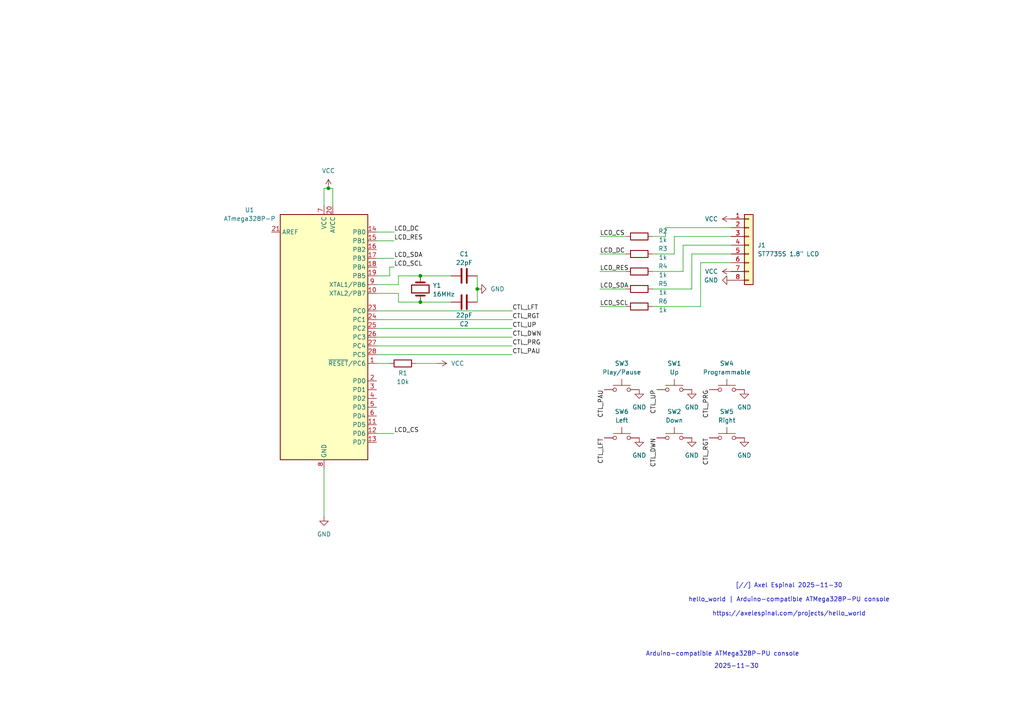
<source format=kicad_sch>
(kicad_sch (version 20250114) (generator "eeschema") (generator_version "9.0")
  (paper "A4")
  (lib_symbols
    (symbol "Connector_Generic:Conn_01x08" (pin_names (offset 1.016) (hide yes))
      (property "Reference" "J" (at 0 10.16 0))
      (property "Value" "Conn_01x08" (at 0 -12.7 0))
      (symbol "Conn_01x08_1_1"
        (rectangle (start -1.27 8.89) (end 1.27 -11.43) (stroke (width 0.254)) (fill (type background)))
        (rectangle (start -1.27 7.747) (end 0 7.493) (stroke (width 0.1524)))
        (rectangle (start -1.27 5.207) (end 0 4.953) (stroke (width 0.1524)))
        (rectangle (start -1.27 2.667) (end 0 2.413) (stroke (width 0.1524)))
        (rectangle (start -1.27 0.127) (end 0 -0.127) (stroke (width 0.1524)))
        (rectangle (start -1.27 -2.413) (end 0 -2.667) (stroke (width 0.1524)))
        (rectangle (start -1.27 -4.953) (end 0 -5.207) (stroke (width 0.1524)))
        (rectangle (start -1.27 -7.493) (end 0 -7.747) (stroke (width 0.1524)))
        (rectangle (start -1.27 -10.033) (end 0 -10.287) (stroke (width 0.1524)))
        (pin passive line (at -5.08 7.62 0) (length 3.81) (name "Pin_1") (number "1"))
        (pin passive line (at -5.08 5.08 0) (length 3.81) (name "Pin_2") (number "2"))
        (pin passive line (at -5.08 2.54 0) (length 3.81) (name "Pin_3") (number "3"))
        (pin passive line (at -5.08 0 0) (length 3.81) (name "Pin_4") (number "4"))
        (pin passive line (at -5.08 -2.54 0) (length 3.81) (name "Pin_5") (number "5"))
        (pin passive line (at -5.08 -5.08 0) (length 3.81) (name "Pin_6") (number "6"))
        (pin passive line (at -5.08 -7.62 0) (length 3.81) (name "Pin_7") (number "7"))
        (pin passive line (at -5.08 -10.16 0) (length 3.81) (name "Pin_8") (number "8"))
      )
    )
    (symbol "Device:C" (pin_numbers (hide yes)) (pin_names (offset 0.254))
      (property "Reference" "C" (at 0.635 2.54 0))
      (property "Value" "C" (at 0.635 -2.54 0))
      (symbol "C_0_1"
        (polyline (pts (xy -2.032 0.762) (xy 2.032 0.762)) (stroke (width 0.508)))
        (polyline (pts (xy -2.032 -0.762) (xy 2.032 -0.762)) (stroke (width 0.508)))
      )
      (symbol "C_1_1"
        (pin passive line (at 0 3.81 270) (length 2.794) (name "~") (number "1"))
        (pin passive line (at 0 -3.81 90) (length 2.794) (name "~") (number "2"))
      )
    )
    (symbol "Device:Crystal" (pin_numbers (hide yes)) (pin_names (offset 1.016) (hide yes))
      (property "Reference" "Y" (at 0 3.81 0))
      (property "Value" "Crystal" (at 0 -3.81 0))
      (symbol "Crystal_0_1"
        (polyline (pts (xy -2.54 0) (xy -1.905 0)))
        (polyline (pts (xy -1.905 -1.27) (xy -1.905 1.27)) (stroke (width 0.508)))
        (rectangle (start -1.143 2.54) (end 1.143 -2.54) (stroke (width 0.3048)))
        (polyline (pts (xy 1.905 -1.27) (xy 1.905 1.27)) (stroke (width 0.508)))
        (polyline (pts (xy 2.54 0) (xy 1.905 0)))
      )
      (symbol "Crystal_1_1"
        (pin passive line (at -3.81 0 0) (length 1.27) (name "1") (number "1"))
        (pin passive line (at 3.81 0 180) (length 1.27) (name "2") (number "2"))
      )
    )
    (symbol "Device:R" (pin_numbers (hide yes)) (pin_names (offset 0))
      (property "Reference" "R" (at 2.032 0 90))
      (property "Value" "R" (at 0 0 90))
      (symbol "R_0_1"
        (rectangle (start -1.016 -2.54) (end 1.016 2.54) (stroke (width 0.254)))
      )
      (symbol "R_1_1"
        (pin passive line (at 0 3.81 270) (length 1.27) (name "~") (number "1"))
        (pin passive line (at 0 -3.81 90) (length 1.27) (name "~") (number "2"))
      )
    )
    (symbol "MCU_Microchip_ATmega:ATmega328P-P"
      (property "Reference" "U" (at -12.7 36.83 0))
      (property "Value" "ATmega328P-P" (at 2.54 -36.83 0))
      (symbol "ATmega328P-P_0_1"
        (rectangle (start -12.7 -35.56) (end 12.7 35.56) (stroke (width 0.254)) (fill (type background)))
      )
      (symbol "ATmega328P-P_1_1"
        (pin passive line (at -15.24 30.48 0) (length 2.54) (name "AREF") (number "21"))
        (pin power_in line (at 0 38.1 270) (length 2.54) (name "VCC") (number "7"))
        (pin passive line (at 0 -38.1 90) (length 2.54) (hide yes) (name "GND") (number "22"))
        (pin power_in line (at 0 -38.1 90) (length 2.54) (name "GND") (number "8"))
        (pin power_in line (at 2.54 38.1 270) (length 2.54) (name "AVCC") (number "20"))
        (pin bidirectional line (at 15.24 30.48 180) (length 2.54) (name "PB0") (number "14"))
        (pin bidirectional line (at 15.24 27.94 180) (length 2.54) (name "PB1") (number "15"))
        (pin bidirectional line (at 15.24 25.4 180) (length 2.54) (name "PB2") (number "16"))
        (pin bidirectional line (at 15.24 22.86 180) (length 2.54) (name "PB3") (number "17"))
        (pin bidirectional line (at 15.24 20.32 180) (length 2.54) (name "PB4") (number "18"))
        (pin bidirectional line (at 15.24 17.78 180) (length 2.54) (name "PB5") (number "19"))
        (pin bidirectional line (at 15.24 15.24 180) (length 2.54) (name "XTAL1/PB6") (number "9"))
        (pin bidirectional line (at 15.24 12.7 180) (length 2.54) (name "XTAL2/PB7") (number "10"))
        (pin bidirectional line (at 15.24 7.62 180) (length 2.54) (name "PC0") (number "23"))
        (pin bidirectional line (at 15.24 5.08 180) (length 2.54) (name "PC1") (number "24"))
        (pin bidirectional line (at 15.24 2.54 180) (length 2.54) (name "PC2") (number "25"))
        (pin bidirectional line (at 15.24 0 180) (length 2.54) (name "PC3") (number "26"))
        (pin bidirectional line (at 15.24 -2.54 180) (length 2.54) (name "PC4") (number "27"))
        (pin bidirectional line (at 15.24 -5.08 180) (length 2.54) (name "PC5") (number "28"))
        (pin bidirectional line (at 15.24 -7.62 180) (length 2.54) (name "~{RESET}/PC6") (number "1"))
        (pin bidirectional line (at 15.24 -12.7 180) (length 2.54) (name "PD0") (number "2"))
        (pin bidirectional line (at 15.24 -15.24 180) (length 2.54) (name "PD1") (number "3"))
        (pin bidirectional line (at 15.24 -17.78 180) (length 2.54) (name "PD2") (number "4"))
        (pin bidirectional line (at 15.24 -20.32 180) (length 2.54) (name "PD3") (number "5"))
        (pin bidirectional line (at 15.24 -22.86 180) (length 2.54) (name "PD4") (number "6"))
        (pin bidirectional line (at 15.24 -25.4 180) (length 2.54) (name "PD5") (number "11"))
        (pin bidirectional line (at 15.24 -27.94 180) (length 2.54) (name "PD6") (number "12"))
        (pin bidirectional line (at 15.24 -30.48 180) (length 2.54) (name "PD7") (number "13"))
      )
    )
    (symbol "Switch:SW_Push" (pin_numbers (hide yes)) (pin_names (offset 1.016) (hide yes))
      (property "Reference" "SW" (at 1.27 2.54 0))
      (property "Value" "SW_Push" (at 0 -1.524 0))
      (symbol "SW_Push_0_1"
        (circle (center -2.032 0) (radius 0.508))
        (polyline (pts (xy 0 1.27) (xy 0 3.048)))
        (circle (center 2.032 0) (radius 0.508))
        (polyline (pts (xy 2.54 1.27) (xy -2.54 1.27)))
        (pin passive line (at -5.08 0 0) (length 2.54) (name "1") (number "1"))
        (pin passive line (at 5.08 0 180) (length 2.54) (name "2") (number "2"))
      )
    )
    (symbol "power:GND" (power) (pin_numbers (hide yes)) (pin_names (offset 0) (hide yes))
      (property "Value" "GND" (at 0 -3.81 0))
      (symbol "GND_0_1"
        (polyline (pts (xy 0 0) (xy 0 -1.27) (xy 1.27 -1.27) (xy 0 -2.54) (xy -1.27 -1.27) (xy 0 -1.27)))
      )
      (symbol "GND_1_1"
        (pin power_in line (at 0 0 270) (length 0) (name "~") (number "1"))
      )
    )
    (symbol "power:VCC" (power) (pin_numbers (hide yes)) (pin_names (offset 0) (hide yes))
      (property "Value" "VCC" (at 0 3.556 0))
      (symbol "VCC_0_1"
        (polyline (pts (xy -0.762 1.27) (xy 0 2.54)))
        (polyline (pts (xy 0 2.54) (xy 0.762 1.27)))
        (polyline (pts (xy 0 0) (xy 0 2.54)))
      )
      (symbol "VCC_1_1"
        (pin power_in line (at 0 0 90) (length 0) (name "~") (number "1"))
      )
    )
  )
  (text "Arduino-compatible ATMega328P-PU console" (at 209.55 189.738 0) (effects (font (size 1.27 1.27))))
  (text "[//] Axel Espinal 2025-11-30\n\nhello_world | Arduino-compatible ATMega328P-PU console\n\nhttps://axelespinal.com/projects/hello_world" (at 228.854 173.99 0) (effects (font (size 1.27 1.27))))
  (text "2025-11-30" (at 213.614 193.294 0) (effects (font (size 1.27 1.27))))
  (junction (at 121.92 80.01))
  (junction (at 121.92 87.63))
  (junction (at 138.43 83.82))
  (junction (at 95.25 54.61))
  (wire (pts (xy 109.22 69.85) (xy 114.3 69.85)))
  (wire (pts (xy 109.22 92.71) (xy 148.59 92.71)))
  (wire (pts (xy 138.43 80.01) (xy 138.43 83.82)))
  (wire (pts (xy 115.57 85.09) (xy 115.57 87.63)))
  (wire (pts (xy 198.12 78.74) (xy 198.12 71.12)))
  (wire (pts (xy 203.2 88.9) (xy 203.2 76.2)))
  (wire (pts (xy 115.57 82.55) (xy 115.57 80.01)))
  (wire (pts (xy 109.22 80.01) (xy 113.03 80.01)))
  (wire (pts (xy 198.12 71.12) (xy 212.09 71.12)))
  (wire (pts (xy 121.92 87.63) (xy 130.81 87.63)))
  (wire (pts (xy 203.2 76.2) (xy 212.09 76.2)))
  (wire (pts (xy 173.99 68.58) (xy 181.61 68.58)))
  (wire (pts (xy 189.23 68.58) (xy 193.04 68.58)))
  (wire (pts (xy 127 105.41) (xy 120.65 105.41)))
  (wire (pts (xy 200.66 73.66) (xy 212.09 73.66)))
  (wire (pts (xy 195.58 68.58) (xy 212.09 68.58)))
  (wire (pts (xy 173.99 83.82) (xy 181.61 83.82)))
  (wire (pts (xy 189.23 78.74) (xy 198.12 78.74)))
  (wire (pts (xy 173.99 73.66) (xy 181.61 73.66)))
  (wire (pts (xy 195.58 73.66) (xy 195.58 68.58)))
  (wire (pts (xy 173.99 78.74) (xy 181.61 78.74)))
  (wire (pts (xy 109.22 67.31) (xy 114.3 67.31)))
  (wire (pts (xy 189.23 73.66) (xy 195.58 73.66)))
  (wire (pts (xy 109.22 125.73) (xy 114.3 125.73)))
  (wire (pts (xy 109.22 74.93) (xy 114.3 74.93)))
  (wire (pts (xy 109.22 85.09) (xy 115.57 85.09)))
  (wire (pts (xy 113.03 80.01) (xy 113.03 77.47)))
  (wire (pts (xy 189.23 83.82) (xy 200.66 83.82)))
  (wire (pts (xy 121.92 80.01) (xy 130.81 80.01)))
  (wire (pts (xy 113.03 77.47) (xy 114.3 77.47)))
  (wire (pts (xy 189.23 88.9) (xy 203.2 88.9)))
  (wire (pts (xy 95.25 54.61) (xy 96.52 54.61)))
  (wire (pts (xy 109.22 82.55) (xy 115.57 82.55)))
  (wire (pts (xy 109.22 95.25) (xy 148.59 95.25)))
  (wire (pts (xy 109.22 97.79) (xy 148.59 97.79)))
  (wire (pts (xy 93.98 135.89) (xy 93.98 149.86)))
  (wire (pts (xy 109.22 105.41) (xy 113.03 105.41)))
  (wire (pts (xy 109.22 102.87) (xy 148.59 102.87)))
  (wire (pts (xy 193.04 66.04) (xy 212.09 66.04)))
  (wire (pts (xy 93.98 59.69) (xy 93.98 54.61)))
  (wire (pts (xy 109.22 100.33) (xy 148.59 100.33)))
  (wire (pts (xy 193.04 68.58) (xy 193.04 66.04)))
  (wire (pts (xy 96.52 59.69) (xy 96.52 54.61)))
  (wire (pts (xy 200.66 83.82) (xy 200.66 73.66)))
  (wire (pts (xy 93.98 54.61) (xy 95.25 54.61)))
  (wire (pts (xy 109.22 90.17) (xy 148.59 90.17)))
  (wire (pts (xy 173.99 88.9) (xy 181.61 88.9)))
  (wire (pts (xy 115.57 80.01) (xy 121.92 80.01)))
  (wire (pts (xy 138.43 83.82) (xy 138.43 87.63)))
  (wire (pts (xy 115.57 87.63) (xy 121.92 87.63)))
  (label "CTL_PAU" (at 148.59 102.87 0))
  (label "LCD_CS" (at 173.99 68.58 0))
  (label "CTL_RGT" (at 148.59 92.71 0))
  (label "CTL_UP" (at 148.59 95.25 0))
  (label "CTL_RGT" (at 205.74 127 270))
  (label "CTL_UP" (at 190.5 113.03 270))
  (label "CTL_DWN" (at 148.59 97.79 0))
  (label "LCD_RES" (at 173.99 78.74 0))
  (label "LCD_RES" (at 114.3 69.85 0))
  (label "CTL_LFT" (at 175.26 127 270))
  (label "LCD_DC" (at 173.99 73.66 0))
  (label "CTL_PAU" (at 175.26 113.03 270))
  (label "LCD_SCL" (at 173.99 88.9 0))
  (label "CTL_PRG" (at 148.59 100.33 0))
  (label "" (at 148.59 90.17 0))
  (label "CTL_LFT" (at 148.59 90.17 0))
  (label "CTL_PRG" (at 205.74 113.03 270))
  (label "LCD_DC" (at 114.3 67.31 0))
  (label "CTL_DWN" (at 190.5 127 270))
  (label "LCD_CS" (at 114.3 125.73 0))
  (label "LCD_SCL" (at 114.3 77.47 0))
  (label "LCD_SDA" (at 114.3 74.93 0))
  (label "LCD_SDA" (at 173.99 83.82 0))
  (symbol (lib_id "power:GND") (at 138.43 83.82 90) (unit 1)
    (property "Reference" "#PWR06" (effects (hide yes)))
    (property "Value" "GND" (at 142.24 83.8199 90) (effects (justify right)))
    (property "Description" "Power symbol creates a global label with name \"GND\" , ground" (effects (hide yes)))
  )
  (symbol (lib_id "power:GND") (at 215.9 113.03 0) (unit 1)
    (property "Reference" "#PWR011" (effects (hide yes)))
    (property "Value" "GND" (at 215.9 118.11 0))
    (property "Description" "Power symbol creates a global label with name \"GND\" , ground" (effects (hide yes)))
  )
  (symbol (lib_id "Switch:SW_Push") (at 195.58 113.03 0) (unit 1)
    (property "Reference" "SW1" (at 195.58 105.41 0))
    (property "Value" "Up" (at 195.58 107.95 0))
    (property "Footprint" "Button_Switch_THT:SW_PUSH_6mm" (effects (hide yes)))
    (property "Description" "Push button switch, generic, two pins" (effects (hide yes)))
  )
  (symbol (lib_id "power:GND") (at 185.42 127 0) (unit 1)
    (property "Reference" "#PWR07" (effects (hide yes)))
    (property "Value" "GND" (at 185.42 132.08 0))
    (property "Description" "Power symbol creates a global label with name \"GND\" , ground" (effects (hide yes)))
  )
  (symbol (lib_id "power:GND") (at 185.42 113.03 0) (unit 1)
    (property "Reference" "#PWR04" (effects (hide yes)))
    (property "Value" "GND" (at 185.42 118.11 0))
    (property "Description" "Power symbol creates a global label with name \"GND\" , ground" (effects (hide yes)))
  )
  (symbol (lib_id "power:GND") (at 93.98 149.86 0) (unit 1)
    (property "Reference" "#PWR01" (effects (hide yes)))
    (property "Value" "GND" (at 93.98 154.94 0))
    (property "Description" "Power symbol creates a global label with name \"GND\" , ground" (effects (hide yes)))
  )
  (symbol (lib_id "Device:Crystal") (at 121.92 83.82 90) (unit 1)
    (property "Reference" "Y1" (at 125.476 82.804 90) (effects (justify right)))
    (property "Value" "16MHz" (at 125.476 85.344 90) (effects (justify right)))
    (property "Footprint" "Crystal:Crystal_HC49-4H_Vertical" (effects (hide yes)))
    (property "Description" "Two pin crystal" (effects (hide yes)))
  )
  (symbol (lib_id "power:GND") (at 215.9 127 0) (unit 1)
    (property "Reference" "#PWR010" (effects (hide yes)))
    (property "Value" "GND" (at 215.9 132.08 0))
    (property "Description" "Power symbol creates a global label with name \"GND\" , ground" (effects (hide yes)))
  )
  (symbol (lib_id "MCU_Microchip_ATmega:ATmega328P-P") (at 93.98 97.79 0) (unit 1)
    (property "Reference" "U1" (at 72.39 60.8898 0))
    (property "Value" "ATmega328P-P" (at 72.39 63.4298 0))
    (property "Footprint" "Package_DIP:DIP-28_W7.62mm" (effects (hide yes)))
    (property "Datasheet" "http://ww1.microchip.com/downloads/en/DeviceDoc/ATmega328_P%20AVR%20MCU%20with%20picoPower%20Technology%20Data%20Sheet%2040001984A.pdf" (effects (hide yes)))
    (property "Description" "20MHz, 32kB Flash, 2kB SRAM, 1kB EEPROM, DIP-28" (effects (hide yes)))
  )
  (symbol (lib_id "Device:R") (at 185.42 78.74 90) (unit 1)
    (property "Reference" "R4" (at 192.278 77.216 90))
    (property "Value" "1k" (at 192.278 79.756 90))
    (property "Footprint" "Resistor_THT:R_Axial_DIN0207_L6.3mm_D2.5mm_P10.16mm_Horizontal" (effects (hide yes)))
    (property "Description" "Resistor" (effects (hide yes)))
  )
  (symbol (lib_id "power:GND") (at 200.66 113.03 0) (unit 1)
    (property "Reference" "#PWR08" (effects (hide yes)))
    (property "Value" "GND" (at 200.66 118.11 0))
    (property "Description" "Power symbol creates a global label with name \"GND\" , ground" (effects (hide yes)))
  )
  (symbol (lib_id "power:VCC") (at 95.25 54.61 0) (unit 1)
    (property "Reference" "#PWR02" (effects (hide yes)))
    (property "Value" "VCC" (at 95.25 49.53 0))
    (property "Description" "Power symbol creates a global label with name \"VCC\"" (effects (hide yes)))
  )
  (symbol (lib_id "power:GND") (at 212.09 81.28 270) (unit 1)
    (property "Reference" "#PWR013" (effects (hide yes)))
    (property "Value" "GND" (at 208.28 81.2799 90) (effects (justify right)))
    (property "Description" "Power symbol creates a global label with name \"GND\" , ground" (effects (hide yes)))
  )
  (symbol (lib_id "Switch:SW_Push") (at 180.34 127 0) (unit 1)
    (property "Reference" "SW6" (at 180.34 119.38 0))
    (property "Value" "Left" (at 180.34 121.92 0))
    (property "Footprint" "Button_Switch_THT:SW_PUSH_6mm" (effects (hide yes)))
    (property "Description" "Push button switch, generic, two pins" (effects (hide yes)))
  )
  (symbol (lib_id "Device:C") (at 134.62 80.01 90) (unit 1)
    (property "Reference" "C1" (at 134.62 73.66 90))
    (property "Value" "22pF" (at 134.62 76.2 90))
    (property "Footprint" "Capacitor_THT:C_Disc_D5.0mm_W2.5mm_P2.50mm" (effects (hide yes)))
    (property "Description" "Unpolarized capacitor" (effects (hide yes)))
  )
  (symbol (lib_id "Device:R") (at 185.42 68.58 90) (unit 1)
    (property "Reference" "R2" (at 192.278 67.056 90))
    (property "Value" "1k" (at 192.278 69.596 90))
    (property "Footprint" "Resistor_THT:R_Axial_DIN0207_L6.3mm_D2.5mm_P10.16mm_Horizontal" (effects (hide yes)))
    (property "Description" "Resistor" (effects (hide yes)))
  )
  (symbol (lib_id "Device:R") (at 185.42 83.82 90) (unit 1)
    (property "Reference" "R5" (at 192.278 82.296 90))
    (property "Value" "1k" (at 192.278 84.836 90))
    (property "Footprint" "Resistor_THT:R_Axial_DIN0207_L6.3mm_D2.5mm_P10.16mm_Horizontal" (effects (hide yes)))
    (property "Description" "Resistor" (effects (hide yes)))
  )
  (symbol (lib_id "power:VCC") (at 212.09 78.74 90) (unit 1)
    (property "Reference" "#PWR05" (effects (hide yes)))
    (property "Value" "VCC" (at 208.28 78.7399 90) (effects (justify left)))
    (property "Description" "Power symbol creates a global label with name \"VCC\"" (effects (hide yes)))
  )
  (symbol (lib_id "power:VCC") (at 212.09 63.5 90) (unit 1)
    (property "Reference" "#PWR012" (effects (hide yes)))
    (property "Value" "VCC" (at 208.28 63.4999 90) (effects (justify left)))
    (property "Description" "Power symbol creates a global label with name \"VCC\"" (effects (hide yes)))
  )
  (symbol (lib_id "Connector_Generic:Conn_01x08") (at 217.17 71.12 0) (unit 1)
    (property "Reference" "J1" (at 219.71 71.1199 0) (effects (justify left)))
    (property "Value" "ST7735S 1.8\" LCD" (at 219.71 73.6599 0) (effects (justify left)))
    (property "Footprint" "Connector_PinHeader_2.54mm:PinHeader_1x08_P2.54mm_Vertical" (effects (hide yes)))
    (property "Description" "Generic connector, single row, 01x08, script generated (kicad-library-utils/schlib/autogen/connector/)" (effects (hide yes)))
  )
  (symbol (lib_id "Switch:SW_Push") (at 180.34 113.03 0) (unit 1)
    (property "Reference" "SW3" (at 180.34 105.41 0))
    (property "Value" "Play/Pause" (at 180.34 107.95 0))
    (property "Footprint" "Button_Switch_THT:SW_PUSH_6mm" (effects (hide yes)))
    (property "Description" "Push button switch, generic, two pins" (effects (hide yes)))
  )
  (symbol (lib_id "Device:R") (at 185.42 88.9 90) (unit 1)
    (property "Reference" "R6" (at 192.278 87.376 90))
    (property "Value" "1k" (at 192.278 89.916 90))
    (property "Footprint" "Resistor_THT:R_Axial_DIN0207_L6.3mm_D2.5mm_P10.16mm_Horizontal" (effects (hide yes)))
    (property "Description" "Resistor" (effects (hide yes)))
  )
  (symbol (lib_id "power:GND") (at 200.66 127 0) (unit 1)
    (property "Reference" "#PWR09" (effects (hide yes)))
    (property "Value" "GND" (at 200.66 132.08 0))
    (property "Description" "Power symbol creates a global label with name \"GND\" , ground" (effects (hide yes)))
  )
  (symbol (lib_id "Device:C") (at 134.62 87.63 90) (unit 1)
    (property "Reference" "C2" (at 134.62 93.98 90))
    (property "Value" "22pF" (at 134.62 91.44 90))
    (property "Footprint" "Capacitor_THT:C_Disc_D5.0mm_W2.5mm_P2.50mm" (effects (hide yes)))
    (property "Description" "Unpolarized capacitor" (effects (hide yes)))
  )
  (symbol (lib_id "Device:R") (at 116.84 105.41 270) (unit 1)
    (property "Reference" "R1" (at 116.84 108.204 90))
    (property "Value" "10k" (at 116.84 110.744 90))
    (property "Footprint" "Resistor_THT:R_Axial_DIN0207_L6.3mm_D2.5mm_P10.16mm_Horizontal" (effects (hide yes)))
    (property "Description" "Resistor" (effects (hide yes)))
  )
  (symbol (lib_id "power:VCC") (at 127 105.41 270) (unit 1)
    (property "Reference" "#PWR03" (effects (hide yes)))
    (property "Value" "VCC" (at 130.81 105.4099 90) (effects (justify left)))
    (property "Description" "Power symbol creates a global label with name \"VCC\"" (effects (hide yes)))
  )
  (symbol (lib_id "Switch:SW_Push") (at 195.58 127 0) (unit 1)
    (property "Reference" "SW2" (at 195.58 119.38 0))
    (property "Value" "Down" (at 195.58 121.92 0))
    (property "Footprint" "Button_Switch_THT:SW_PUSH_6mm" (effects (hide yes)))
    (property "Description" "Push button switch, generic, two pins" (effects (hide yes)))
  )
  (symbol (lib_id "Switch:SW_Push") (at 210.82 113.03 0) (unit 1)
    (property "Reference" "SW4" (at 210.82 105.41 0))
    (property "Value" "Programmable" (at 210.82 107.95 0))
    (property "Footprint" "Button_Switch_THT:SW_PUSH_6mm" (effects (hide yes)))
    (property "Description" "Push button switch, generic, two pins" (effects (hide yes)))
  )
  (symbol (lib_id "Switch:SW_Push") (at 210.82 127 0) (unit 1)
    (property "Reference" "SW5" (at 210.82 119.38 0))
    (property "Value" "Right" (at 210.82 121.92 0))
    (property "Footprint" "Button_Switch_THT:SW_PUSH_6mm" (effects (hide yes)))
    (property "Description" "Push button switch, generic, two pins" (effects (hide yes)))
  )
  (symbol (lib_id "Device:R") (at 185.42 73.66 90) (unit 1)
    (property "Reference" "R3" (at 192.278 72.136 90))
    (property "Value" "1k" (at 192.278 74.676 90))
    (property "Footprint" "Resistor_THT:R_Axial_DIN0207_L6.3mm_D2.5mm_P10.16mm_Horizontal" (effects (hide yes)))
    (property "Description" "Resistor" (effects (hide yes)))
  )
)
</source>
